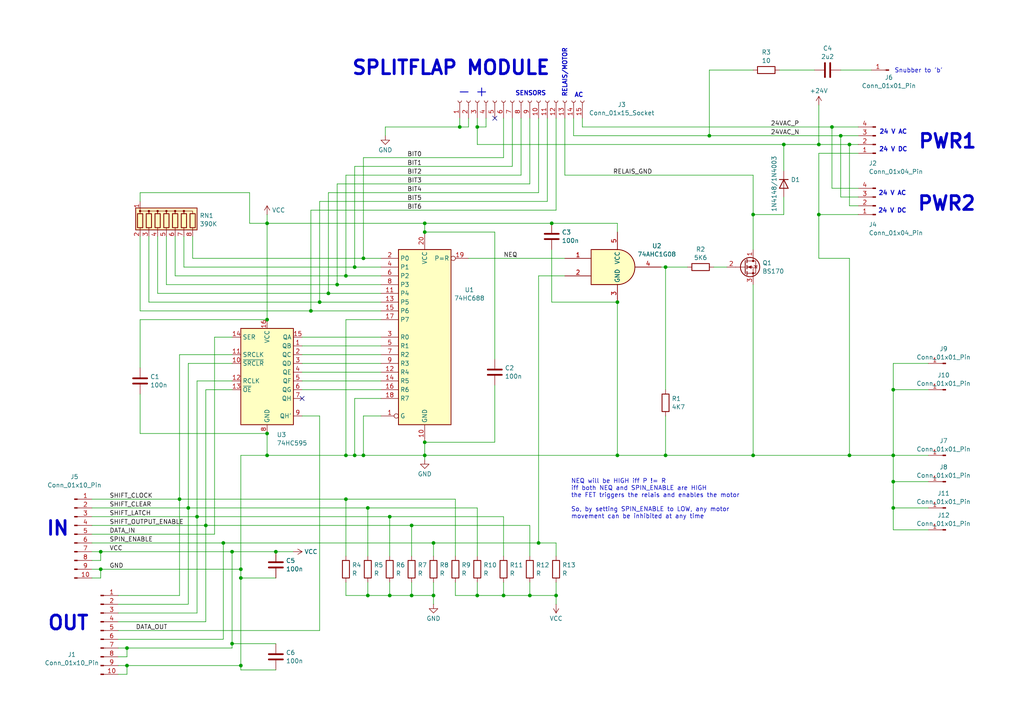
<source format=kicad_sch>
(kicad_sch (version 20231120) (generator "eeschema") (generator_version "8.0")
  (paper "A4")
  (lib_symbols
    (symbol "74xGxx:74AHC1G08"
      (property "Reference" "U" (at -2.54 3.81 0))
      (property "Value" "74AHC1G08" (at 0 -3.81 0))
      (symbol "74AHC1G08_0_1"
        (arc (start 0 -5.08) (mid 5.0579 0) (end 0 5.08) (stroke (width 0.254)) (fill (type background)))
        (polyline (pts (xy 0 -5.08) (xy -7.62 -5.08) (xy -7.62 5.08) (xy 0 5.08)) (stroke (width 0.254)) (fill (type background)))
      )
      (symbol "74AHC1G08_1_1"
        (pin input line (at -15.24 2.54 0) (length 7.62) (name "~") (number "1"))
        (pin input line (at -15.24 -2.54 0) (length 7.62) (name "~") (number "2"))
        (pin power_in line (at 0 -10.16 90) (length 5.08) (name "GND") (number "3"))
        (pin output line (at 12.7 0 180) (length 7.62) (name "~") (number "4"))
        (pin power_in line (at 0 10.16 270) (length 5.08) (name "VCC") (number "5"))
      )
    )
    (symbol "74xx:74HC595"
      (property "Reference" "U" (at -7.62 13.97 0))
      (property "Value" "74HC595" (at -7.62 -16.51 0))
      (symbol "74HC595_1_0"
        (pin tri_state line (at 10.16 7.62 180) (length 2.54) (name "QB") (number "1"))
        (pin input line (at -10.16 2.54 0) (length 2.54) (name "~{SRCLR}") (number "10"))
        (pin input line (at -10.16 5.08 0) (length 2.54) (name "SRCLK") (number "11"))
        (pin input line (at -10.16 -2.54 0) (length 2.54) (name "RCLK") (number "12"))
        (pin input line (at -10.16 -5.08 0) (length 2.54) (name "~{OE}") (number "13"))
        (pin input line (at -10.16 10.16 0) (length 2.54) (name "SER") (number "14"))
        (pin tri_state line (at 10.16 10.16 180) (length 2.54) (name "QA") (number "15"))
        (pin power_in line (at 0 15.24 270) (length 2.54) (name "VCC") (number "16"))
        (pin tri_state line (at 10.16 5.08 180) (length 2.54) (name "QC") (number "2"))
        (pin tri_state line (at 10.16 2.54 180) (length 2.54) (name "QD") (number "3"))
        (pin tri_state line (at 10.16 0 180) (length 2.54) (name "QE") (number "4"))
        (pin tri_state line (at 10.16 -2.54 180) (length 2.54) (name "QF") (number "5"))
        (pin tri_state line (at 10.16 -5.08 180) (length 2.54) (name "QG") (number "6"))
        (pin tri_state line (at 10.16 -7.62 180) (length 2.54) (name "QH") (number "7"))
        (pin power_in line (at 0 -17.78 90) (length 2.54) (name "GND") (number "8"))
        (pin output line (at 10.16 -12.7 180) (length 2.54) (name "QH'") (number "9"))
      )
      (symbol "74HC595_1_1"
        (rectangle (start -7.62 12.7) (end 7.62 -15.24) (stroke (width 0.254)) (fill (type background)))
      )
    )
    (symbol "74xx:74HC688"
      (property "Reference" "U" (at -7.62 26.67 0))
      (property "Value" "74HC688" (at -7.62 -26.67 0))
      (symbol "74HC688_1_0"
        (pin input inverted (at -12.7 -22.86 0) (length 5.08) (name "G") (number "1"))
        (pin power_in line (at 0 -30.48 90) (length 5.08) (name "GND") (number "10"))
        (pin input line (at -12.7 12.7 0) (length 5.08) (name "P4") (number "11"))
        (pin input line (at -12.7 -10.16 0) (length 5.08) (name "R4") (number "12"))
        (pin input line (at -12.7 10.16 0) (length 5.08) (name "P5") (number "13"))
        (pin input line (at -12.7 -12.7 0) (length 5.08) (name "R5") (number "14"))
        (pin input line (at -12.7 7.62 0) (length 5.08) (name "P6") (number "15"))
        (pin input line (at -12.7 -15.24 0) (length 5.08) (name "R6") (number "16"))
        (pin input line (at -12.7 5.08 0) (length 5.08) (name "P7") (number "17"))
        (pin input line (at -12.7 -17.78 0) (length 5.08) (name "R7") (number "18"))
        (pin output inverted (at 12.7 22.86 180) (length 5.08) (name "P=R") (number "19"))
        (pin input line (at -12.7 22.86 0) (length 5.08) (name "P0") (number "2"))
        (pin power_in line (at 0 30.48 270) (length 5.08) (name "VCC") (number "20"))
        (pin input line (at -12.7 0 0) (length 5.08) (name "R0") (number "3"))
        (pin input line (at -12.7 20.32 0) (length 5.08) (name "P1") (number "4"))
        (pin input line (at -12.7 -2.54 0) (length 5.08) (name "R1") (number "5"))
        (pin input line (at -12.7 17.78 0) (length 5.08) (name "P2") (number "6"))
        (pin input line (at -12.7 -5.08 0) (length 5.08) (name "R2") (number "7"))
        (pin input line (at -12.7 15.24 0) (length 5.08) (name "P3") (number "8"))
        (pin input line (at -12.7 -7.62 0) (length 5.08) (name "R3") (number "9"))
      )
      (symbol "74HC688_1_1"
        (rectangle (start -7.62 25.4) (end 7.62 -25.4) (stroke (width 0.254)) (fill (type background)))
      )
    )
    (symbol "Connector:Conn_01x01_Pin" (pin_names (offset 1.016) hide)
      (property "Reference" "J" (at 0 2.54 0))
      (property "Value" "Conn_01x01_Pin" (at 0 -2.54 0))
      (symbol "Conn_01x01_Pin_1_1"
        (polyline (pts (xy 1.27 0) (xy 0.8636 0)) (stroke (width 0.1524)))
        (rectangle (start 0.8636 0.127) (end 0 -0.127) (stroke (width 0.1524)) (fill (type outline)))
        (pin passive line (at 5.08 0 180) (length 3.81) (name "Pin_1") (number "1"))
      )
    )
    (symbol "Connector:Conn_01x04_Pin" (pin_names (offset 1.016) hide)
      (property "Reference" "J" (at 0 5.08 0))
      (property "Value" "Conn_01x04_Pin" (at 0 -7.62 0))
      (symbol "Conn_01x04_Pin_1_1"
        (polyline (pts (xy 1.27 -5.08) (xy 0.8636 -5.08)) (stroke (width 0.1524)))
        (polyline (pts (xy 1.27 -2.54) (xy 0.8636 -2.54)) (stroke (width 0.1524)))
        (polyline (pts (xy 1.27 0) (xy 0.8636 0)) (stroke (width 0.1524)))
        (polyline (pts (xy 1.27 2.54) (xy 0.8636 2.54)) (stroke (width 0.1524)))
        (rectangle (start 0.8636 -4.953) (end 0 -5.207) (stroke (width 0.1524)) (fill (type outline)))
        (rectangle (start 0.8636 -2.413) (end 0 -2.667) (stroke (width 0.1524)) (fill (type outline)))
        (rectangle (start 0.8636 0.127) (end 0 -0.127) (stroke (width 0.1524)) (fill (type outline)))
        (rectangle (start 0.8636 2.667) (end 0 2.413) (stroke (width 0.1524)) (fill (type outline)))
        (pin passive line (at 5.08 2.54 180) (length 3.81) (name "Pin_1") (number "1"))
        (pin passive line (at 5.08 0 180) (length 3.81) (name "Pin_2") (number "2"))
        (pin passive line (at 5.08 -2.54 180) (length 3.81) (name "Pin_3") (number "3"))
        (pin passive line (at 5.08 -5.08 180) (length 3.81) (name "Pin_4") (number "4"))
      )
    )
    (symbol "Connector:Conn_01x10_Pin" (pin_names (offset 1.016) hide)
      (property "Reference" "J" (at 0 12.7 0))
      (property "Value" "Conn_01x10_Pin" (at 0 -15.24 0))
      (symbol "Conn_01x10_Pin_1_1"
        (polyline (pts (xy 1.27 -12.7) (xy 0.8636 -12.7)) (stroke (width 0.1524)))
        (polyline (pts (xy 1.27 -10.16) (xy 0.8636 -10.16)) (stroke (width 0.1524)))
        (polyline (pts (xy 1.27 -7.62) (xy 0.8636 -7.62)) (stroke (width 0.1524)))
        (polyline (pts (xy 1.27 -5.08) (xy 0.8636 -5.08)) (stroke (width 0.1524)))
        (polyline (pts (xy 1.27 -2.54) (xy 0.8636 -2.54)) (stroke (width 0.1524)))
        (polyline (pts (xy 1.27 0) (xy 0.8636 0)) (stroke (width 0.1524)))
        (polyline (pts (xy 1.27 2.54) (xy 0.8636 2.54)) (stroke (width 0.1524)))
        (polyline (pts (xy 1.27 5.08) (xy 0.8636 5.08)) (stroke (width 0.1524)))
        (polyline (pts (xy 1.27 7.62) (xy 0.8636 7.62)) (stroke (width 0.1524)))
        (polyline (pts (xy 1.27 10.16) (xy 0.8636 10.16)) (stroke (width 0.1524)))
        (rectangle (start 0.8636 -12.573) (end 0 -12.827) (stroke (width 0.1524)) (fill (type outline)))
        (rectangle (start 0.8636 -10.033) (end 0 -10.287) (stroke (width 0.1524)) (fill (type outline)))
        (rectangle (start 0.8636 -7.493) (end 0 -7.747) (stroke (width 0.1524)) (fill (type outline)))
        (rectangle (start 0.8636 -4.953) (end 0 -5.207) (stroke (width 0.1524)) (fill (type outline)))
        (rectangle (start 0.8636 -2.413) (end 0 -2.667) (stroke (width 0.1524)) (fill (type outline)))
        (rectangle (start 0.8636 0.127) (end 0 -0.127) (stroke (width 0.1524)) (fill (type outline)))
        (rectangle (start 0.8636 2.667) (end 0 2.413) (stroke (width 0.1524)) (fill (type outline)))
        (rectangle (start 0.8636 5.207) (end 0 4.953) (stroke (width 0.1524)) (fill (type outline)))
        (rectangle (start 0.8636 7.747) (end 0 7.493) (stroke (width 0.1524)) (fill (type outline)))
        (rectangle (start 0.8636 10.287) (end 0 10.033) (stroke (width 0.1524)) (fill (type outline)))
        (pin passive line (at 5.08 10.16 180) (length 3.81) (name "Pin_1") (number "1"))
        (pin passive line (at 5.08 -12.7 180) (length 3.81) (name "Pin_10") (number "10"))
        (pin passive line (at 5.08 7.62 180) (length 3.81) (name "Pin_2") (number "2"))
        (pin passive line (at 5.08 5.08 180) (length 3.81) (name "Pin_3") (number "3"))
        (pin passive line (at 5.08 2.54 180) (length 3.81) (name "Pin_4") (number "4"))
        (pin passive line (at 5.08 0 180) (length 3.81) (name "Pin_5") (number "5"))
        (pin passive line (at 5.08 -2.54 180) (length 3.81) (name "Pin_6") (number "6"))
        (pin passive line (at 5.08 -5.08 180) (length 3.81) (name "Pin_7") (number "7"))
        (pin passive line (at 5.08 -7.62 180) (length 3.81) (name "Pin_8") (number "8"))
        (pin passive line (at 5.08 -10.16 180) (length 3.81) (name "Pin_9") (number "9"))
      )
    )
    (symbol "Connector:Conn_01x15_Socket" (pin_names (offset 1.016) hide)
      (property "Reference" "J" (at 0 20.32 0))
      (property "Value" "Conn_01x15_Socket" (at 0 -20.32 0))
      (symbol "Conn_01x15_Socket_1_1"
        (arc (start 0 -17.272) (mid -0.5058 -17.78) (end 0 -18.288) (stroke (width 0.1524)))
        (arc (start 0 -14.732) (mid -0.5058 -15.24) (end 0 -15.748) (stroke (width 0.1524)))
        (arc (start 0 -12.192) (mid -0.5058 -12.7) (end 0 -13.208) (stroke (width 0.1524)))
        (arc (start 0 -9.652) (mid -0.5058 -10.16) (end 0 -10.668) (stroke (width 0.1524)))
        (arc (start 0 -7.112) (mid -0.5058 -7.62) (end 0 -8.128) (stroke (width 0.1524)))
        (arc (start 0 -4.572) (mid -0.5058 -5.08) (end 0 -5.588) (stroke (width 0.1524)))
        (arc (start 0 -2.032) (mid -0.5058 -2.54) (end 0 -3.048) (stroke (width 0.1524)))
        (polyline (pts (xy -1.27 -17.78) (xy -0.508 -17.78)) (stroke (width 0.1524)))
        (polyline (pts (xy -1.27 -15.24) (xy -0.508 -15.24)) (stroke (width 0.1524)))
        (polyline (pts (xy -1.27 -12.7) (xy -0.508 -12.7)) (stroke (width 0.1524)))
        (polyline (pts (xy -1.27 -10.16) (xy -0.508 -10.16)) (stroke (width 0.1524)))
        (polyline (pts (xy -1.27 -7.62) (xy -0.508 -7.62)) (stroke (width 0.1524)))
        (polyline (pts (xy -1.27 -5.08) (xy -0.508 -5.08)) (stroke (width 0.1524)))
        (polyline (pts (xy -1.27 -2.54) (xy -0.508 -2.54)) (stroke (width 0.1524)))
        (polyline (pts (xy -1.27 0) (xy -0.508 0)) (stroke (width 0.1524)))
        (polyline (pts (xy -1.27 2.54) (xy -0.508 2.54)) (stroke (width 0.1524)))
        (polyline (pts (xy -1.27 5.08) (xy -0.508 5.08)) (stroke (width 0.1524)))
        (polyline (pts (xy -1.27 7.62) (xy -0.508 7.62)) (stroke (width 0.1524)))
        (polyline (pts (xy -1.27 10.16) (xy -0.508 10.16)) (stroke (width 0.1524)))
        (polyline (pts (xy -1.27 12.7) (xy -0.508 12.7)) (stroke (width 0.1524)))
        (polyline (pts (xy -1.27 15.24) (xy -0.508 15.24)) (stroke (width 0.1524)))
        (polyline (pts (xy -1.27 17.78) (xy -0.508 17.78)) (stroke (width 0.1524)))
        (arc (start 0 0.508) (mid -0.5058 0) (end 0 -0.508) (stroke (width 0.1524)))
        (arc (start 0 3.048) (mid -0.5058 2.54) (end 0 2.032) (stroke (width 0.1524)))
        (arc (start 0 5.588) (mid -0.5058 5.08) (end 0 4.572) (stroke (width 0.1524)))
        (arc (start 0 8.128) (mid -0.5058 7.62) (end 0 7.112) (stroke (width 0.1524)))
        (arc (start 0 10.668) (mid -0.5058 10.16) (end 0 9.652) (stroke (width 0.1524)))
        (arc (start 0 13.208) (mid -0.5058 12.7) (end 0 12.192) (stroke (width 0.1524)))
        (arc (start 0 15.748) (mid -0.5058 15.24) (end 0 14.732) (stroke (width 0.1524)))
        (arc (start 0 18.288) (mid -0.5058 17.78) (end 0 17.272) (stroke (width 0.1524)))
        (pin passive line (at -5.08 17.78 0) (length 3.81) (name "Pin_1") (number "1"))
        (pin passive line (at -5.08 -5.08 0) (length 3.81) (name "Pin_10") (number "10"))
        (pin passive line (at -5.08 -7.62 0) (length 3.81) (name "Pin_11") (number "11"))
        (pin passive line (at -5.08 -10.16 0) (length 3.81) (name "Pin_12") (number "12"))
        (pin passive line (at -5.08 -12.7 0) (length 3.81) (name "Pin_13") (number "13"))
        (pin passive line (at -5.08 -15.24 0) (length 3.81) (name "Pin_14") (number "14"))
        (pin passive line (at -5.08 -17.78 0) (length 3.81) (name "Pin_15") (number "15"))
        (pin passive line (at -5.08 15.24 0) (length 3.81) (name "Pin_2") (number "2"))
        (pin passive line (at -5.08 12.7 0) (length 3.81) (name "Pin_3") (number "3"))
        (pin passive line (at -5.08 10.16 0) (length 3.81) (name "Pin_4") (number "4"))
        (pin passive line (at -5.08 7.62 0) (length 3.81) (name "Pin_5") (number "5"))
        (pin passive line (at -5.08 5.08 0) (length 3.81) (name "Pin_6") (number "6"))
        (pin passive line (at -5.08 2.54 0) (length 3.81) (name "Pin_7") (number "7"))
        (pin passive line (at -5.08 0 0) (length 3.81) (name "Pin_8") (number "8"))
        (pin passive line (at -5.08 -2.54 0) (length 3.81) (name "Pin_9") (number "9"))
      )
    )
    (symbol "Device:C" (pin_numbers hide) (pin_names (offset 0.254))
      (property "Reference" "C" (at 0.635 2.54 0))
      (property "Value" "C" (at 0.635 -2.54 0))
      (symbol "C_0_1"
        (polyline (pts (xy -2.032 -0.762) (xy 2.032 -0.762)) (stroke (width 0.508)))
        (polyline (pts (xy -2.032 0.762) (xy 2.032 0.762)) (stroke (width 0.508)))
      )
      (symbol "C_1_1"
        (pin passive line (at 0 3.81 270) (length 2.794) (name "~") (number "1"))
        (pin passive line (at 0 -3.81 90) (length 2.794) (name "~") (number "2"))
      )
    )
    (symbol "Device:R" (pin_numbers hide) (pin_names (offset 0))
      (property "Reference" "R" (at 2.032 0 90))
      (property "Value" "R" (at 0 0 90))
      (symbol "R_0_1"
        (rectangle (start -1.016 -2.54) (end 1.016 2.54) (stroke (width 0.254)))
      )
      (symbol "R_1_1"
        (pin passive line (at 0 3.81 270) (length 1.27) (name "~") (number "1"))
        (pin passive line (at 0 -3.81 90) (length 1.27) (name "~") (number "2"))
      )
    )
    (symbol "Device:R_Network07" (pin_names (offset 0) hide)
      (property "Reference" "RN" (at -10.16 0 90))
      (property "Value" "R_Network07" (at 10.16 0 90))
      (symbol "R_Network07_0_1"
        (rectangle (start -8.89 -3.175) (end 8.89 3.175) (stroke (width 0.254)) (fill (type background)))
        (rectangle (start -8.382 1.524) (end -6.858 -2.54) (stroke (width 0.254)))
        (circle (center -7.62 2.286) (radius 0.254) (fill (type outline)))
        (rectangle (start -5.842 1.524) (end -4.318 -2.54) (stroke (width 0.254)))
        (circle (center -5.08 2.286) (radius 0.254) (fill (type outline)))
        (rectangle (start -3.302 1.524) (end -1.778 -2.54) (stroke (width 0.254)))
        (circle (center -2.54 2.286) (radius 0.254) (fill (type outline)))
        (rectangle (start -0.762 1.524) (end 0.762 -2.54) (stroke (width 0.254)))
        (polyline (pts (xy -7.62 -2.54) (xy -7.62 -3.81)))
        (polyline (pts (xy -5.08 -2.54) (xy -5.08 -3.81)))
        (polyline (pts (xy -2.54 -2.54) (xy -2.54 -3.81)))
        (polyline (pts (xy 0 -2.54) (xy 0 -3.81)))
        (polyline (pts (xy 2.54 -2.54) (xy 2.54 -3.81)))
        (polyline (pts (xy 5.08 -2.54) (xy 5.08 -3.81)))
        (polyline (pts (xy 7.62 -2.54) (xy 7.62 -3.81)))
        (polyline (pts (xy -7.62 1.524) (xy -7.62 2.286) (xy -5.08 2.286) (xy -5.08 1.524)))
        (polyline (pts (xy -5.08 1.524) (xy -5.08 2.286) (xy -2.54 2.286) (xy -2.54 1.524)))
        (polyline (pts (xy -2.54 1.524) (xy -2.54 2.286) (xy 0 2.286) (xy 0 1.524)))
        (polyline (pts (xy 0 1.524) (xy 0 2.286) (xy 2.54 2.286) (xy 2.54 1.524)))
        (polyline (pts (xy 2.54 1.524) (xy 2.54 2.286) (xy 5.08 2.286) (xy 5.08 1.524)))
        (polyline (pts (xy 5.08 1.524) (xy 5.08 2.286) (xy 7.62 2.286) (xy 7.62 1.524)))
        (circle (center 0 2.286) (radius 0.254) (fill (type outline)))
        (rectangle (start 1.778 1.524) (end 3.302 -2.54) (stroke (width 0.254)))
        (circle (center 2.54 2.286) (radius 0.254) (fill (type outline)))
        (rectangle (start 4.318 1.524) (end 5.842 -2.54) (stroke (width 0.254)))
        (circle (center 5.08 2.286) (radius 0.254) (fill (type outline)))
        (rectangle (start 6.858 1.524) (end 8.382 -2.54) (stroke (width 0.254)))
      )
      (symbol "R_Network07_1_1"
        (pin passive line (at -7.62 5.08 270) (length 2.54) (name "common") (number "1"))
        (pin passive line (at -7.62 -5.08 90) (length 1.27) (name "R1") (number "2"))
        (pin passive line (at -5.08 -5.08 90) (length 1.27) (name "R2") (number "3"))
        (pin passive line (at -2.54 -5.08 90) (length 1.27) (name "R3") (number "4"))
        (pin passive line (at 0 -5.08 90) (length 1.27) (name "R4") (number "5"))
        (pin passive line (at 2.54 -5.08 90) (length 1.27) (name "R5") (number "6"))
        (pin passive line (at 5.08 -5.08 90) (length 1.27) (name "R6") (number "7"))
        (pin passive line (at 7.62 -5.08 90) (length 1.27) (name "R7") (number "8"))
      )
    )
    (symbol "Diode:1N4148" (pin_numbers hide) (pin_names hide)
      (property "Reference" "D" (at 0 2.54 0))
      (property "Value" "1N4148" (at 0 -2.54 0))
      (symbol "1N4148_0_1"
        (polyline (pts (xy -1.27 1.27) (xy -1.27 -1.27)) (stroke (width 0.254)))
        (polyline (pts (xy 1.27 0) (xy -1.27 0)))
        (polyline (pts (xy 1.27 1.27) (xy 1.27 -1.27) (xy -1.27 0) (xy 1.27 1.27)) (stroke (width 0.254)))
      )
      (symbol "1N4148_1_1"
        (pin passive line (at -3.81 0 0) (length 2.54) (name "K") (number "1"))
        (pin passive line (at 3.81 0 180) (length 2.54) (name "A") (number "2"))
      )
    )
    (symbol "Transistor_FET:BS170" (pin_names hide)
      (property "Reference" "Q" (at 5.08 1.905 0))
      (property "Value" "BS170" (at 5.08 0 0))
      (symbol "BS170_0_1"
        (polyline (pts (xy 0.254 0) (xy -2.54 0)))
        (polyline (pts (xy 0.254 1.905) (xy 0.254 -1.905)) (stroke (width 0.254)))
        (polyline (pts (xy 0.762 -1.27) (xy 0.762 -2.286)) (stroke (width 0.254)))
        (polyline (pts (xy 0.762 0.508) (xy 0.762 -0.508)) (stroke (width 0.254)))
        (polyline (pts (xy 0.762 2.286) (xy 0.762 1.27)) (stroke (width 0.254)))
        (polyline (pts (xy 2.54 2.54) (xy 2.54 1.778)))
        (polyline (pts (xy 2.54 -2.54) (xy 2.54 0) (xy 0.762 0)))
        (polyline (pts (xy 0.762 -1.778) (xy 3.302 -1.778) (xy 3.302 1.778) (xy 0.762 1.778)))
        (polyline (pts (xy 1.016 0) (xy 2.032 0.381) (xy 2.032 -0.381) (xy 1.016 0)) (fill (type outline)))
        (polyline (pts (xy 2.794 0.508) (xy 2.921 0.381) (xy 3.683 0.381) (xy 3.81 0.254)))
        (polyline (pts (xy 3.302 0.381) (xy 2.921 -0.254) (xy 3.683 -0.254) (xy 3.302 0.381)))
        (circle (center 1.651 0) (radius 2.794) (stroke (width 0.254)))
        (circle (center 2.54 -1.778) (radius 0.254) (fill (type outline)))
        (circle (center 2.54 1.778) (radius 0.254) (fill (type outline)))
      )
      (symbol "BS170_1_1"
        (pin passive line (at 2.54 5.08 270) (length 2.54) (name "D") (number "1"))
        (pin input line (at -5.08 0 0) (length 2.54) (name "G") (number "2"))
        (pin passive line (at 2.54 -5.08 90) (length 2.54) (name "S") (number "3"))
      )
    )
    (symbol "power:+24V" (power) (pin_numbers hide) (pin_names (offset 0) hide)
      (property "Value" "+24V" (at 0 3.556 0))
      (symbol "+24V_0_1"
        (polyline (pts (xy -0.762 1.27) (xy 0 2.54)))
        (polyline (pts (xy 0 0) (xy 0 2.54)))
        (polyline (pts (xy 0 2.54) (xy 0.762 1.27)))
      )
      (symbol "+24V_1_1"
        (pin power_in line (at 0 0 90) (length 0) (name "~") (number "1"))
      )
    )
    (symbol "power:+5V" (power) (pin_numbers hide) (pin_names (offset 0) hide)
      (property "Value" "+5V" (at 0 3.556 0))
      (symbol "+5V_0_1"
        (polyline (pts (xy -0.762 1.27) (xy 0 2.54)))
        (polyline (pts (xy 0 0) (xy 0 2.54)))
        (polyline (pts (xy 0 2.54) (xy 0.762 1.27)))
      )
      (symbol "+5V_1_1"
        (pin power_in line (at 0 0 90) (length 0) (name "~") (number "1"))
      )
    )
    (symbol "power:GND" (power) (pin_numbers hide) (pin_names (offset 0) hide)
      (property "Value" "GND" (at 0 -3.81 0))
      (symbol "GND_0_1"
        (polyline (pts (xy 0 0) (xy 0 -1.27) (xy 1.27 -1.27) (xy 0 -2.54) (xy -1.27 -1.27) (xy 0 -1.27)))
      )
      (symbol "GND_1_1"
        (pin power_in line (at 0 0 270) (length 0) (name "~") (number "1"))
      )
    )
    (symbol "power:VCC" (power) (pin_numbers hide) (pin_names (offset 0) hide)
      (property "Value" "VCC" (at 0 3.556 0))
      (symbol "VCC_0_1"
        (polyline (pts (xy -0.762 1.27) (xy 0 2.54)))
        (polyline (pts (xy 0 0) (xy 0 2.54)))
        (polyline (pts (xy 0 2.54) (xy 0.762 1.27)))
      )
      (symbol "VCC_1_1"
        (pin power_in line (at 0 0 90) (length 0) (name "~") (number "1"))
      )
    )
  )
  (junction (at 123.19 132.08))
  (junction (at 80.01 160.02))
  (junction (at 64.77 157.48))
  (junction (at 123.19 67.31))
  (junction (at 67.31 186.69))
  (junction (at 69.85 165.1))
  (junction (at 105.41 132.08))
  (junction (at 102.87 132.08))
  (junction (at 105.41 74.93))
  (junction (at 52.07 144.78))
  (junction (at 243.84 39.37))
  (junction (at 259.08 139.7))
  (junction (at 161.29 172.72))
  (junction (at 160.02 64.77))
  (junction (at 146.05 172.72))
  (junction (at 179.07 132.08))
  (junction (at 205.74 39.37))
  (junction (at 113.03 149.86))
  (junction (at 153.67 172.72))
  (junction (at 125.73 172.72))
  (junction (at 133.35 36.83))
  (junction (at 100.33 132.08))
  (junction (at 193.04 132.08))
  (junction (at 100.33 144.78))
  (junction (at 113.03 172.72))
  (junction (at 100.33 80.01))
  (junction (at 92.71 87.63))
  (junction (at 57.15 149.86))
  (junction (at 77.47 92.71))
  (junction (at 67.31 160.02))
  (junction (at 119.38 152.4))
  (junction (at 59.69 152.4))
  (junction (at 106.68 172.72))
  (junction (at 29.21 165.1))
  (junction (at 246.38 41.91))
  (junction (at 259.08 113.03))
  (junction (at 106.68 147.32))
  (junction (at 138.43 172.72))
  (junction (at 193.04 77.47))
  (junction (at 29.21 160.02))
  (junction (at 237.49 62.23))
  (junction (at 218.44 132.08))
  (junction (at 259.08 132.08))
  (junction (at 246.38 132.08))
  (junction (at 95.25 85.09))
  (junction (at 77.47 132.08))
  (junction (at 259.08 147.32))
  (junction (at 69.85 167.64))
  (junction (at 179.07 87.63))
  (junction (at 125.73 157.48))
  (junction (at 77.47 64.77))
  (junction (at 77.47 125.73))
  (junction (at 156.21 157.48))
  (junction (at 90.17 90.17))
  (junction (at 241.3 36.83))
  (junction (at 227.33 41.91))
  (junction (at 54.61 147.32))
  (junction (at 36.83 193.04))
  (junction (at 36.83 187.96))
  (junction (at 102.87 77.47))
  (junction (at 123.19 64.77))
  (junction (at 97.79 82.55))
  (junction (at 218.44 62.23))
  (junction (at 69.85 193.04))
  (junction (at 119.38 172.72))
  (junction (at 138.43 36.83))
  (junction (at 123.19 128.27))
  (junction (at 237.49 41.91))
  (no_connect (at 87.63 115.57))
  (no_connect (at 143.51 34.29))
  (wire (pts (xy 57.15 110.49) (xy 67.31 110.49)))
  (wire (pts (xy 26.67 157.48) (xy 64.77 157.48)))
  (wire (pts (xy 90.17 90.17) (xy 40.64 90.17)))
  (wire (pts (xy 246.38 41.91) (xy 248.92 41.91)))
  (wire (pts (xy 90.17 60.96) (xy 90.17 90.17)))
  (wire (pts (xy 125.73 157.48) (xy 156.21 157.48)))
  (wire (pts (xy 138.43 36.83) (xy 138.43 41.91)))
  (wire (pts (xy 161.29 172.72) (xy 153.67 172.72)))
  (wire (pts (xy 92.71 87.63) (xy 110.49 87.63)))
  (wire (pts (xy 69.85 167.64) (xy 80.01 167.64)))
  (wire (pts (xy 34.29 177.8) (xy 57.15 177.8)))
  (wire (pts (xy 163.83 34.29) (xy 163.83 50.8)))
  (wire (pts (xy 95.25 55.88) (xy 95.25 85.09)))
  (wire (pts (xy 237.49 41.91) (xy 246.38 41.91)))
  (wire (pts (xy 92.71 87.63) (xy 43.18 87.63)))
  (wire (pts (xy 64.77 157.48) (xy 64.77 185.42)))
  (wire (pts (xy 146.05 168.91) (xy 146.05 172.72)))
  (wire (pts (xy 106.68 168.91) (xy 106.68 172.72)))
  (wire (pts (xy 237.49 62.23) (xy 248.92 62.23)))
  (wire (pts (xy 237.49 30.48) (xy 237.49 41.91)))
  (wire (pts (xy 69.85 165.1) (xy 69.85 167.64)))
  (wire (pts (xy 241.3 36.83) (xy 248.92 36.83)))
  (wire (pts (xy 100.33 80.01) (xy 110.49 80.01)))
  (wire (pts (xy 111.76 36.83) (xy 111.76 39.37)))
  (wire (pts (xy 153.67 168.91) (xy 153.67 172.72)))
  (wire (pts (xy 90.17 90.17) (xy 110.49 90.17)))
  (wire (pts (xy 156.21 80.01) (xy 163.83 80.01)))
  (wire (pts (xy 123.19 132.08) (xy 179.07 132.08)))
  (wire (pts (xy 148.59 48.26) (xy 102.87 48.26)))
  (wire (pts (xy 100.33 144.78) (xy 100.33 161.29)))
  (wire (pts (xy 77.47 64.77) (xy 77.47 92.71)))
  (wire (pts (xy 133.35 36.83) (xy 135.89 36.83)))
  (wire (pts (xy 100.33 80.01) (xy 50.8 80.01)))
  (wire (pts (xy 48.26 82.55) (xy 48.26 68.58)))
  (wire (pts (xy 132.08 168.91) (xy 132.08 172.72)))
  (wire (pts (xy 36.83 187.96) (xy 67.31 187.96)))
  (wire (pts (xy 191.77 77.47) (xy 193.04 77.47)))
  (wire (pts (xy 259.08 147.32) (xy 259.08 153.67)))
  (wire (pts (xy 179.07 87.63) (xy 179.07 132.08)))
  (wire (pts (xy 237.49 44.45) (xy 237.49 62.23)))
  (wire (pts (xy 106.68 172.72) (xy 113.03 172.72)))
  (wire (pts (xy 34.29 187.96) (xy 36.83 187.96)))
  (wire (pts (xy 246.38 41.91) (xy 246.38 59.69)))
  (wire (pts (xy 87.63 102.87) (xy 110.49 102.87)))
  (wire (pts (xy 161.29 60.96) (xy 90.17 60.96)))
  (wire (pts (xy 100.33 50.8) (xy 100.33 80.01)))
  (wire (pts (xy 40.64 90.17) (xy 40.64 68.58)))
  (wire (pts (xy 218.44 50.8) (xy 218.44 62.23)))
  (wire (pts (xy 113.03 168.91) (xy 113.03 172.72)))
  (wire (pts (xy 34.29 195.58) (xy 36.83 195.58)))
  (wire (pts (xy 102.87 115.57) (xy 102.87 132.08)))
  (wire (pts (xy 218.44 62.23) (xy 218.44 72.39)))
  (wire (pts (xy 77.47 62.23) (xy 77.47 64.77)))
  (wire (pts (xy 97.79 82.55) (xy 110.49 82.55)))
  (wire (pts (xy 138.43 34.29) (xy 138.43 36.83)))
  (wire (pts (xy 52.07 144.78) (xy 52.07 102.87)))
  (wire (pts (xy 123.19 67.31) (xy 143.51 67.31)))
  (wire (pts (xy 205.74 39.37) (xy 243.84 39.37)))
  (wire (pts (xy 26.67 154.94) (xy 62.23 154.94)))
  (wire (pts (xy 138.43 36.83) (xy 140.97 36.83)))
  (wire (pts (xy 119.38 168.91) (xy 119.38 172.72)))
  (wire (pts (xy 163.83 50.8) (xy 218.44 50.8)))
  (wire (pts (xy 158.75 58.42) (xy 92.71 58.42)))
  (wire (pts (xy 67.31 186.69) (xy 80.01 186.69)))
  (wire (pts (xy 64.77 157.48) (xy 125.73 157.48)))
  (wire (pts (xy 205.74 20.32) (xy 218.44 20.32)))
  (wire (pts (xy 53.34 77.47) (xy 53.34 68.58)))
  (wire (pts (xy 55.88 74.93) (xy 55.88 68.58)))
  (wire (pts (xy 148.59 34.29) (xy 148.59 48.26)))
  (wire (pts (xy 226.06 20.32) (xy 236.22 20.32)))
  (wire (pts (xy 259.08 139.7) (xy 259.08 132.08)))
  (wire (pts (xy 34.29 190.5) (xy 36.83 190.5)))
  (wire (pts (xy 26.67 167.64) (xy 29.21 167.64)))
  (wire (pts (xy 123.19 132.08) (xy 123.19 128.27)))
  (wire (pts (xy 102.87 132.08) (xy 105.41 132.08)))
  (wire (pts (xy 59.69 152.4) (xy 59.69 113.03)))
  (wire (pts (xy 123.19 64.77) (xy 77.47 64.77)))
  (wire (pts (xy 34.29 172.72) (xy 52.07 172.72)))
  (wire (pts (xy 95.25 85.09) (xy 45.72 85.09)))
  (wire (pts (xy 62.23 97.79) (xy 67.31 97.79)))
  (wire (pts (xy 146.05 149.86) (xy 146.05 161.29)))
  (wire (pts (xy 57.15 149.86) (xy 113.03 149.86)))
  (wire (pts (xy 105.41 120.65) (xy 105.41 132.08)))
  (wire (pts (xy 77.47 92.71) (xy 40.64 92.71)))
  (wire (pts (xy 259.08 132.08) (xy 269.24 132.08)))
  (wire (pts (xy 87.63 97.79) (xy 110.49 97.79)))
  (wire (pts (xy 105.41 45.72) (xy 105.41 74.93)))
  (wire (pts (xy 179.07 132.08) (xy 193.04 132.08)))
  (wire (pts (xy 77.47 125.73) (xy 77.47 132.08)))
  (wire (pts (xy 246.38 132.08) (xy 259.08 132.08)))
  (wire (pts (xy 227.33 41.91) (xy 227.33 49.53)))
  (wire (pts (xy 34.29 182.88) (xy 92.71 182.88)))
  (wire (pts (xy 135.89 34.29) (xy 135.89 36.83)))
  (wire (pts (xy 123.19 128.27) (xy 143.51 128.27)))
  (wire (pts (xy 69.85 193.04) (xy 69.85 194.31)))
  (wire (pts (xy 36.83 195.58) (xy 36.83 193.04)))
  (wire (pts (xy 218.44 82.55) (xy 218.44 132.08)))
  (wire (pts (xy 72.39 55.88) (xy 40.64 55.88)))
  (wire (pts (xy 113.03 172.72) (xy 119.38 172.72)))
  (wire (pts (xy 87.63 100.33) (xy 110.49 100.33)))
  (wire (pts (xy 160.02 64.77) (xy 179.07 64.77)))
  (wire (pts (xy 259.08 132.08) (xy 259.08 113.03)))
  (wire (pts (xy 153.67 53.34) (xy 97.79 53.34)))
  (wire (pts (xy 69.85 132.08) (xy 77.47 132.08)))
  (wire (pts (xy 269.24 139.7) (xy 259.08 139.7)))
  (wire (pts (xy 193.04 132.08) (xy 218.44 132.08)))
  (wire (pts (xy 34.29 180.34) (xy 59.69 180.34)))
  (wire (pts (xy 26.67 149.86) (xy 57.15 149.86)))
  (wire (pts (xy 105.41 74.93) (xy 55.88 74.93)))
  (wire (pts (xy 40.64 92.71) (xy 40.64 106.68)))
  (wire (pts (xy 36.83 193.04) (xy 69.85 193.04)))
  (wire (pts (xy 143.51 67.31) (xy 143.51 104.14)))
  (wire (pts (xy 106.68 147.32) (xy 106.68 161.29)))
  (wire (pts (xy 123.19 64.77) (xy 123.19 67.31)))
  (wire (pts (xy 67.31 160.02) (xy 80.01 160.02)))
  (wire (pts (xy 218.44 62.23) (xy 227.33 62.23)))
  (wire (pts (xy 179.07 87.63) (xy 160.02 87.63)))
  (wire (pts (xy 29.21 160.02) (xy 29.21 162.56)))
  (wire (pts (xy 34.29 193.04) (xy 36.83 193.04)))
  (wire (pts (xy 29.21 165.1) (xy 29.21 167.64)))
  (wire (pts (xy 87.63 110.49) (xy 110.49 110.49)))
  (wire (pts (xy 193.04 120.65) (xy 193.04 132.08)))
  (wire (pts (xy 207.01 77.47) (xy 210.82 77.47)))
  (wire (pts (xy 100.33 144.78) (xy 132.08 144.78)))
  (wire (pts (xy 77.47 64.77) (xy 72.39 64.77)))
  (wire (pts (xy 259.08 113.03) (xy 259.08 105.41)))
  (wire (pts (xy 125.73 157.48) (xy 125.73 161.29)))
  (wire (pts (xy 161.29 34.29) (xy 161.29 60.96)))
  (wire (pts (xy 69.85 132.08) (xy 69.85 165.1)))
  (wire (pts (xy 59.69 152.4) (xy 59.69 180.34)))
  (wire (pts (xy 110.49 120.65) (xy 105.41 120.65)))
  (wire (pts (xy 54.61 147.32) (xy 106.68 147.32)))
  (wire (pts (xy 87.63 105.41) (xy 110.49 105.41)))
  (wire (pts (xy 248.92 44.45) (xy 237.49 44.45)))
  (wire (pts (xy 179.07 67.31) (xy 179.07 64.77)))
  (wire (pts (xy 67.31 186.69) (xy 67.31 160.02)))
  (wire (pts (xy 102.87 77.47) (xy 110.49 77.47)))
  (wire (pts (xy 62.23 154.94) (xy 62.23 97.79)))
  (wire (pts (xy 72.39 64.77) (xy 72.39 55.88)))
  (wire (pts (xy 125.73 172.72) (xy 125.73 175.26)))
  (wire (pts (xy 113.03 149.86) (xy 146.05 149.86)))
  (wire (pts (xy 133.35 34.29) (xy 133.35 36.83)))
  (wire (pts (xy 26.67 160.02) (xy 29.21 160.02)))
  (wire (pts (xy 87.63 113.03) (xy 110.49 113.03)))
  (wire (pts (xy 26.67 165.1) (xy 29.21 165.1)))
  (wire (pts (xy 29.21 160.02) (xy 67.31 160.02)))
  (wire (pts (xy 138.43 41.91) (xy 227.33 41.91)))
  (wire (pts (xy 243.84 57.15) (xy 243.84 39.37)))
  (wire (pts (xy 57.15 149.86) (xy 57.15 110.49)))
  (wire (pts (xy 119.38 152.4) (xy 119.38 161.29)))
  (wire (pts (xy 52.07 102.87) (xy 67.31 102.87)))
  (wire (pts (xy 34.29 185.42) (xy 64.77 185.42)))
  (wire (pts (xy 100.33 172.72) (xy 106.68 172.72)))
  (wire (pts (xy 105.41 132.08) (xy 123.19 132.08)))
  (wire (pts (xy 40.64 55.88) (xy 40.64 58.42)))
  (wire (pts (xy 57.15 149.86) (xy 57.15 177.8)))
  (wire (pts (xy 40.64 114.3) (xy 40.64 125.73)))
  (wire (pts (xy 92.71 120.65) (xy 92.71 182.88)))
  (wire (pts (xy 87.63 120.65) (xy 92.71 120.65)))
  (wire (pts (xy 119.38 152.4) (xy 153.67 152.4)))
  (wire (pts (xy 151.13 34.29) (xy 151.13 50.8)))
  (wire (pts (xy 100.33 168.91) (xy 100.33 172.72)))
  (wire (pts (xy 97.79 82.55) (xy 48.26 82.55)))
  (wire (pts (xy 156.21 157.48) (xy 161.29 157.48)))
  (wire (pts (xy 26.67 147.32) (xy 54.61 147.32)))
  (wire (pts (xy 205.74 39.37) (xy 205.74 20.32)))
  (wire (pts (xy 80.01 160.02) (xy 85.09 160.02)))
  (wire (pts (xy 100.33 92.71) (xy 100.33 132.08)))
  (wire (pts (xy 248.92 54.61) (xy 241.3 54.61)))
  (wire (pts (xy 102.87 77.47) (xy 53.34 77.47)))
  (wire (pts (xy 237.49 62.23) (xy 237.49 74.93)))
  (wire (pts (xy 140.97 34.29) (xy 140.97 36.83)))
  (wire (pts (xy 161.29 157.48) (xy 161.29 161.29)))
  (wire (pts (xy 156.21 55.88) (xy 95.25 55.88)))
  (wire (pts (xy 143.51 128.27) (xy 143.51 111.76)))
  (wire (pts (xy 193.04 113.03) (xy 193.04 77.47)))
  (wire (pts (xy 259.08 153.67) (xy 269.24 153.67)))
  (wire (pts (xy 87.63 107.95) (xy 110.49 107.95)))
  (wire (pts (xy 77.47 132.08) (xy 100.33 132.08)))
  (wire (pts (xy 146.05 172.72) (xy 153.67 172.72)))
  (wire (pts (xy 52.07 144.78) (xy 52.07 172.72)))
  (wire (pts (xy 97.79 53.34) (xy 97.79 82.55)))
  (wire (pts (xy 132.08 172.72) (xy 138.43 172.72)))
  (wire (pts (xy 125.73 172.72) (xy 119.38 172.72)))
  (wire (pts (xy 259.08 139.7) (xy 259.08 147.32)))
  (wire (pts (xy 161.29 172.72) (xy 161.29 175.26)))
  (wire (pts (xy 151.13 50.8) (xy 100.33 50.8)))
  (wire (pts (xy 59.69 152.4) (xy 119.38 152.4)))
  (wire (pts (xy 125.73 168.91) (xy 125.73 172.72)))
  (wire (pts (xy 241.3 54.61) (xy 241.3 36.83)))
  (wire (pts (xy 59.69 113.03) (xy 67.31 113.03)))
  (wire (pts (xy 110.49 115.57) (xy 102.87 115.57)))
  (wire (pts (xy 158.75 34.29) (xy 158.75 58.42)))
  (wire (pts (xy 100.33 132.08) (xy 102.87 132.08)))
  (wire (pts (xy 218.44 132.08) (xy 246.38 132.08)))
  (wire (pts (xy 43.18 87.63) (xy 43.18 68.58)))
  (wire (pts (xy 156.21 157.48) (xy 156.21 80.01)))
  (wire (pts (xy 54.61 105.41) (xy 67.31 105.41)))
  (wire (pts (xy 135.89 74.93) (xy 163.83 74.93)))
  (wire (pts (xy 111.76 36.83) (xy 133.35 36.83)))
  (wire (pts (xy 123.19 132.08) (xy 123.19 133.35)))
  (wire (pts (xy 106.68 147.32) (xy 138.43 147.32)))
  (wire (pts (xy 26.67 152.4) (xy 59.69 152.4)))
  (wire (pts (xy 26.67 162.56) (xy 29.21 162.56)))
  (wire (pts (xy 227.33 41.91) (xy 237.49 41.91)))
  (wire (pts (xy 259.08 147.32) (xy 269.24 147.32)))
  (wire (pts (xy 36.83 187.96) (xy 36.83 190.5)))
  (wire (pts (xy 67.31 187.96) (xy 67.31 186.69)))
  (wire (pts (xy 166.37 34.29) (xy 166.37 39.37)))
  (wire (pts (xy 29.21 165.1) (xy 69.85 165.1)))
  (wire (pts (xy 138.43 172.72) (xy 146.05 172.72)))
  (wire (pts (xy 138.43 168.91) (xy 138.43 172.72)))
  (wire (pts (xy 227.33 62.23) (xy 227.33 57.15)))
  (wire (pts (xy 146.05 34.29) (xy 146.05 45.72)))
  (wire (pts (xy 259.08 105.41) (xy 269.24 105.41)))
  (wire (pts (xy 153.67 34.29) (xy 153.67 53.34)))
  (wire (pts (xy 193.04 77.47) (xy 199.39 77.47)))
  (wire (pts (xy 166.37 39.37) (xy 205.74 39.37)))
  (wire (pts (xy 156.21 34.29) (xy 156.21 55.88)))
  (wire (pts (xy 54.61 147.32) (xy 54.61 105.41)))
  (wire (pts (xy 69.85 167.64) (xy 69.85 193.04)))
  (wire (pts (xy 246.38 74.93) (xy 246.38 132.08)))
  (wire (pts (xy 132.08 144.78) (xy 132.08 161.29)))
  (wire (pts (xy 26.67 144.78) (xy 52.07 144.78)))
  (wire (pts (xy 146.05 45.72) (xy 105.41 45.72)))
  (wire (pts (xy 243.84 39.37) (xy 248.92 39.37)))
  (wire (pts (xy 105.41 74.93) (xy 110.49 74.93)))
  (wire (pts (xy 259.08 113.03) (xy 269.24 113.03)))
  (wire (pts (xy 237.49 74.93) (xy 246.38 74.93)))
  (wire (pts (xy 95.25 85.09) (xy 110.49 85.09)))
  (wire (pts (xy 110.49 92.71) (xy 100.33 92.71)))
  (wire (pts (xy 45.72 85.09) (xy 45.72 68.58)))
  (wire (pts (xy 153.67 152.4) (xy 153.67 161.29)))
  (wire (pts (xy 102.87 48.26) (xy 102.87 77.47)))
  (wire (pts (xy 161.29 172.72) (xy 161.29 168.91)))
  (wire (pts (xy 160.02 72.39) (xy 160.02 87.63)))
  (wire (pts (xy 54.61 147.32) (xy 54.61 175.26)))
  (wire (pts (xy 138.43 147.32) (xy 138.43 161.29)))
  (wire (pts (xy 243.84 20.32) (xy 252.73 20.32)))
  (wire (pts (xy 246.38 59.69) (xy 248.92 59.69)))
  (wire (pts (xy 168.91 36.83) (xy 241.3 36.83)))
  (wire (pts (xy 113.03 149.86) (xy 113.03 161.29)))
  (wire (pts (xy 248.92 57.15) (xy 243.84 57.15)))
  (wire (pts (xy 52.07 144.78) (xy 100.33 144.78)))
  (wire (pts (xy 123.19 64.77) (xy 160.02 64.77)))
  (wire (pts (xy 50.8 80.01) (xy 50.8 68.58)))
  (wire (pts (xy 69.85 194.31) (xy 80.01 194.31)))
  (wire (pts (xy 34.29 175.26) (xy 54.61 175.26)))
  (wire (pts (xy 168.91 34.29) (xy 168.91 36.83)))
  (wire (pts (xy 92.71 58.42) (xy 92.71 87.63)))
  (wire (pts (xy 40.64 125.73) (xy 77.47 125.73)))
  (text "IN" (at 16.764 153.416 0) (effects (font (size 4 4) (thickness 0.8) (bold yes))))
  (text "AC" (at 167.894 27.686 0) (effects (font (size 1.27 1.27) (bold yes))))
  (text "NEQ will be HIGH iff P != R\niff both NEQ and SPIN_ENABLE are HIGH\nthe FET triggers the relais and enables the motor\n\nSo, by setting SPIN_ENABLE to LOW, any motor\nmovement can be inhibited at any time" (at 165.608 144.78 0) (effects (font (size 1.27 1.27)) (justify left)))
  (text "PWR2" (at 274.574 59.182 0) (effects (font (size 4 4) (thickness 0.8) (bold yes))))
  (text "PWR1\n" (at 274.828 41.148 0) (effects (font (size 4 4) (thickness 0.8) (bold yes))))
  (text "SENSORS" (at 153.924 27.178 0) (effects (font (size 1.27 1.27) (bold yes))))
  (text "Snubber to 'b'" (at 266.446 20.574 0) (effects (font (size 1.27 1.27))))
  (text "OUT" (at 19.812 180.848 0) (effects (font (size 4 4) (thickness 0.8) (bold yes))))
  (text "24 V DC" (at 258.826 61.214 0) (effects (font (size 1.27 1.27) (bold yes))))
  (text "24 V AC" (at 258.826 56.134 0) (effects (font (size 1.27 1.27) (bold yes))))
  (text "24 V DC" (at 259.08 43.434 0) (effects (font (size 1.27 1.27) (bold yes))))
  (text "+" (at 139.7 26.67 0) (effects (font (size 3 3) (thickness 0.254) (bold yes))))
  (text "-" (at 134.62 26.67 0) (effects (font (size 3 3) (thickness 0.254) (bold yes))))
  (text "RELAIS/MOTOR" (at 163.83 21.082 90) (effects (font (size 1.27 1.27) (bold yes))))
  (text "SPLITFLAP MODULE" (at 130.81 19.812 0) (effects (font (size 4 4) (thickness 0.8) (bold yes))))
  (text "24 V AC" (at 259.08 38.354 0) (effects (font (size 1.27 1.27) (bold yes))))
  (label "GND" (at 31.75 165.1 0))
  (label "VCC" (at 31.75 160.02 0))
  (label "BIT5" (at 118.11 58.42 0))
  (label "DATA_OUT" (at 39.37 182.88 0))
  (label "SHIFT_LATCH" (at 31.75 149.86 0))
  (label "DATA_IN" (at 31.75 154.94 0))
  (label "SHIFT_OUTPUT_ENABLE" (at 31.75 152.4 0))
  (label "RELAIS_GND" (at 177.8 50.8 0))
  (label "BIT3" (at 118.11 53.34 0))
  (label "BIT0" (at 118.11 45.72 0))
  (label "BIT2" (at 118.11 50.8 0))
  (label "SHIFT_CLOCK" (at 31.75 144.78 0))
  (label "SPIN_ENABLE" (at 31.75 157.48 0))
  (label "BIT6" (at 118.11 60.96 0))
  (label "24VAC_P" (at 223.52 36.83 0))
  (label "BIT1" (at 118.11 48.26 0))
  (label "SHIFT_CLEAR" (at 31.75 147.32 0))
  (label "NEQ" (at 146.05 74.93 0))
  (label "BIT4" (at 118.11 55.88 0))
  (label "24VAC_N" (at 223.52 39.37 0))
  (symbol (lib_id "Connector:Conn_01x01_Pin") (at 257.81 20.32 180) (unit 1)
    (property "Reference" "J6" (at 257.81 22.4677 0))
    (property "Value" "Conn_01x01_Pin" (at 257.81 24.892 0))
    (property "Footprint" "Connector_PinHeader_2.54mm:PinHeader_1x01_P2.54mm_Horizontal" (effects (hide yes)))
    (property "Description" "Generic connector, single row, 01x01, script generated" (effects (hide yes)))
  )
  (symbol (lib_id "Device:C") (at 143.51 107.95 0) (unit 1)
    (property "Reference" "C2" (at 146.431 106.7378 0) (effects (justify left)))
    (property "Value" "100n" (at 146.431 109.1621 0) (effects (justify left)))
    (property "Footprint" "Capacitor_THT:C_Disc_D4.3mm_W1.9mm_P5.00mm" (effects (hide yes)))
    (property "Description" "Unpolarized capacitor" (effects (hide yes)))
  )
  (symbol (lib_id "Connector:Conn_01x01_Pin") (at 274.32 132.08 180) (unit 1)
    (property "Reference" "J7" (at 273.685 127.8593 0))
    (property "Value" "Conn_01x01_Pin" (at 273.685 130.2836 0))
    (property "Footprint" "TestPoint:TestPoint_Pad_4.0x4.0mm" (effects (hide yes)))
    (property "Description" "Generic connector, single row, 01x01, script generated" (effects (hide yes)))
  )
  (symbol (lib_id "Device:R_Network07") (at 48.26 63.5 0) (unit 1)
    (property "Reference" "RN1" (at 57.912 62.5418 0) (effects (justify left)))
    (property "Value" "390K" (at 57.912 64.9661 0) (effects (justify left)))
    (property "Footprint" "Resistor_THT:R_Array_SIP8" (effects (hide yes)))
    (property "Datasheet" "http://www.vishay.com/docs/31509/csc.pdf" (effects (hide yes)))
    (property "Description" "7 resistor network, star topology, bussed resistors, small symbol" (effects (hide yes)))
  )
  (symbol (lib_id "Connector:Conn_01x01_Pin") (at 274.32 113.03 180) (unit 1)
    (property "Reference" "J10" (at 273.685 108.8093 0))
    (property "Value" "Conn_01x01_Pin" (at 273.685 111.2336 0))
    (property "Footprint" "JS_Local:Langloch-Pad" (effects (hide yes)))
    (property "Description" "Generic connector, single row, 01x01, script generated" (effects (hide yes)))
  )
  (symbol (lib_id "power:VCC") (at 161.29 175.26 180) (unit 1)
    (property "Reference" "#PWR07" (effects (hide yes)))
    (property "Value" "VCC" (at 161.29 179.3931 0))
    (property "Description" "Power symbol creates a global label with name \"VCC\"" (effects (hide yes)))
  )
  (symbol (lib_id "Device:R") (at 119.38 165.1 0) (unit 1)
    (property "Reference" "R7" (at 121.158 163.8878 0) (effects (justify left)))
    (property "Value" "R" (at 121.158 166.3121 0) (effects (justify left)))
    (property "Footprint" "Resistor_SMD:R_1206_3216Metric_Pad1.30x1.75mm_HandSolder" (effects (hide yes)))
    (property "Description" "Resistor" (effects (hide yes)))
  )
  (symbol (lib_id "Device:R") (at 153.67 165.1 0) (unit 1)
    (property "Reference" "R12" (at 155.448 163.8878 0) (effects (justify left)))
    (property "Value" "R" (at 155.448 166.3121 0) (effects (justify left)))
    (property "Footprint" "Resistor_SMD:R_1206_3216Metric_Pad1.30x1.75mm_HandSolder" (effects (hide yes)))
    (property "Description" "Resistor" (effects (hide yes)))
  )
  (symbol (lib_id "Connector:Conn_01x01_Pin") (at 274.32 153.67 180) (unit 1)
    (property "Reference" "J12" (at 273.685 149.4493 0))
    (property "Value" "Conn_01x01_Pin" (at 273.685 151.8736 0))
    (property "Footprint" "TestPoint:TestPoint_Pad_4.0x4.0mm" (effects (hide yes)))
    (property "Description" "Generic connector, single row, 01x01, script generated" (effects (hide yes)))
  )
  (symbol (lib_id "Device:C") (at 80.01 163.83 0) (unit 1)
    (property "Reference" "C5" (at 82.931 162.6178 0) (effects (justify left)))
    (property "Value" "100n" (at 82.931 165.0421 0) (effects (justify left)))
    (property "Footprint" "Capacitor_THT:C_Disc_D4.3mm_W1.9mm_P5.00mm" (effects (hide yes)))
    (property "Description" "Unpolarized capacitor" (effects (hide yes)))
  )
  (symbol (lib_id "Device:C") (at 40.64 110.49 0) (unit 1)
    (property "Reference" "C1" (at 43.561 109.2778 0) (effects (justify left)))
    (property "Value" "100n" (at 43.561 111.7021 0) (effects (justify left)))
    (property "Footprint" "Capacitor_THT:C_Disc_D4.3mm_W1.9mm_P5.00mm" (effects (hide yes)))
    (property "Description" "Unpolarized capacitor" (effects (hide yes)))
  )
  (symbol (lib_id "power:VCC") (at 77.47 62.23 0) (unit 1)
    (property "Reference" "#PWR03" (effects (hide yes)))
    (property "Value" "VCC" (at 78.867 60.96 0) (effects (justify left)))
    (property "Description" "Power symbol creates a global label with name \"VCC\"" (effects (hide yes)))
  )
  (symbol (lib_id "74xx:74HC595") (at 77.47 107.95 0) (unit 1)
    (property "Reference" "U3" (at 80.264 126.0997 0) (effects (justify left)))
    (property "Value" "74HC595" (at 80.264 128.524 0) (effects (justify left)))
    (property "Footprint" "Package_DIP:DIP-16_W7.62mm" (effects (hide yes)))
    (property "Datasheet" "http://www.ti.com/lit/ds/symlink/sn74hc595.pdf" (effects (hide yes)))
    (property "Description" "8-bit serial in/out Shift Register 3-State Outputs" (effects (hide yes)))
  )
  (symbol (lib_id "74xx:74HC688") (at 123.19 97.79 0) (unit 1)
    (property "Reference" "U1" (at 136.144 84.074 0))
    (property "Value" "74HC688" (at 136.144 86.4983 0))
    (property "Footprint" "Package_DIP:DIP-20_W7.62mm" (effects (hide yes)))
    (property "Datasheet" "https://www.ti.com/lit/ds/symlink/cd54hc688.pdf" (effects (hide yes)))
    (property "Description" "8-bit magnitude comparator" (effects (hide yes)))
  )
  (symbol (lib_id "Device:R") (at 203.2 77.47 90) (unit 1)
    (property "Reference" "R2" (at 203.2 72.3095 90))
    (property "Value" "5K6" (at 203.2 74.7338 90))
    (property "Footprint" "Resistor_THT:R_Axial_DIN0207_L6.3mm_D2.5mm_P10.16mm_Horizontal" (effects (hide yes)))
    (property "Description" "Resistor" (effects (hide yes)))
  )
  (symbol (lib_id "Device:C") (at 240.03 20.32 90) (unit 1)
    (property "Reference" "C4" (at 240.03 14.0165 90))
    (property "Value" "2u2" (at 240.03 16.4408 90))
    (property "Footprint" "Capacitor_THT:C_Rect_L18.0mm_W7.0mm_P15.00mm_FKS3_FKP3" (effects (hide yes)))
    (property "Description" "Unpolarized capacitor" (effects (hide yes)))
  )
  (symbol (lib_id "Connector:Conn_01x10_Pin") (at 29.21 182.88 0) (unit 1)
    (property "Reference" "J1" (at 20.828 189.8537 0))
    (property "Value" "Conn_01x10_Pin" (at 20.828 192.278 0))
    (property "Footprint" "JS_Local:TE_CON_5499922-1_BIGGERHULL" (effects (hide yes)))
    (property "Description" "Generic connector, single row, 01x10, script generated" (effects (hide yes)))
  )
  (symbol (lib_id "power:GND") (at 111.76 39.37 0) (unit 1)
    (property "Reference" "#PWR04" (effects (hide yes)))
    (property "Value" "GND" (at 111.76 43.5031 0))
    (property "Description" "Power symbol creates a global label with name \"GND\" , ground" (effects (hide yes)))
  )
  (symbol (lib_id "Connector:Conn_01x01_Pin") (at 274.32 139.7 180) (unit 1)
    (property "Reference" "J8" (at 273.685 135.4793 0))
    (property "Value" "Conn_01x01_Pin" (at 273.685 137.9036 0))
    (property "Footprint" "TestPoint:TestPoint_Pad_4.0x4.0mm" (effects (hide yes)))
    (property "Description" "Generic connector, single row, 01x01, script generated" (effects (hide yes)))
  )
  (symbol (lib_id "Device:R") (at 161.29 165.1 0) (unit 1)
    (property "Reference" "R13" (at 163.068 163.8878 0) (effects (justify left)))
    (property "Value" "R" (at 163.068 166.3121 0) (effects (justify left)))
    (property "Footprint" "Resistor_SMD:R_1206_3216Metric_Pad1.30x1.75mm_HandSolder" (effects (hide yes)))
    (property "Description" "Resistor" (effects (hide yes)))
  )
  (symbol (lib_id "Device:R") (at 100.33 165.1 0) (unit 1)
    (property "Reference" "R4" (at 102.108 163.8878 0) (effects (justify left)))
    (property "Value" "R" (at 102.108 166.3121 0) (effects (justify left)))
    (property "Footprint" "Resistor_SMD:R_1206_3216Metric_Pad1.30x1.75mm_HandSolder" (effects (hide yes)))
    (property "Description" "Resistor" (effects (hide yes)))
  )
  (symbol (lib_id "74xGxx:74AHC1G08") (at 179.07 77.47 0) (unit 1)
    (property "Reference" "U2" (at 190.5043 71.325 0))
    (property "Value" "74AHC1G08" (at 190.5043 73.7493 0))
    (property "Footprint" "JS_Local:TSSOP-5_Handsoldering" (effects (hide yes)))
    (property "Datasheet" "http://www.ti.com/lit/sg/scyt129e/scyt129e.pdf" (effects (hide yes)))
    (property "Description" "Single AND Gate, Low-Voltage CMOS" (effects (hide yes)))
  )
  (symbol (lib_id "Device:R") (at 125.73 165.1 0) (unit 1)
    (property "Reference" "R8" (at 127.508 163.8878 0) (effects (justify left)))
    (property "Value" "R" (at 127.508 166.3121 0) (effects (justify left)))
    (property "Footprint" "Resistor_SMD:R_1206_3216Metric_Pad1.30x1.75mm_HandSolder" (effects (hide yes)))
    (property "Description" "Resistor" (effects (hide yes)))
  )
  (symbol (lib_id "Device:R") (at 132.08 165.1 0) (unit 1)
    (property "Reference" "R9" (at 133.858 163.8878 0) (effects (justify left)))
    (property "Value" "R" (at 133.858 166.3121 0) (effects (justify left)))
    (property "Footprint" "Resistor_SMD:R_1206_3216Metric_Pad1.30x1.75mm_HandSolder" (effects (hide yes)))
    (property "Description" "Resistor" (effects (hide yes)))
  )
  (symbol (lib_id "Connector:Conn_01x04_Pin") (at 254 59.69 180) (unit 1)
    (property "Reference" "J4" (at 251.968 65.1397 0) (effects (justify right)))
    (property "Value" "Conn_01x04_Pin" (at 251.968 67.564 0) (effects (justify right)))
    (property "Footprint" "Connector_JST:JST_VH_B4PS-VH_1x04_P3.96mm_Horizontal" (effects (hide yes)))
    (property "Description" "Generic connector, single row, 01x04, script generated" (effects (hide yes)))
  )
  (symbol (lib_id "Device:R") (at 106.68 165.1 0) (unit 1)
    (property "Reference" "R5" (at 108.458 163.8878 0) (effects (justify left)))
    (property "Value" "R" (at 108.458 166.3121 0) (effects (justify left)))
    (property "Footprint" "Resistor_SMD:R_1206_3216Metric_Pad1.30x1.75mm_HandSolder" (effects (hide yes)))
    (property "Description" "Resistor" (effects (hide yes)))
  )
  (symbol (lib_id "Transistor_FET:BS170") (at 215.9 77.47 0) (unit 1)
    (property "Reference" "Q1" (at 221.107 76.2578 0) (effects (justify left)))
    (property "Value" "BS170" (at 221.107 78.6821 0) (effects (justify left)))
    (property "Footprint" "Package_TO_SOT_THT:TO-92_Inline" (effects (hide yes)))
    (property "Datasheet" "https://www.onsemi.com/pub/Collateral/BS170-D.PDF" (effects (hide yes)))
    (property "Description" "0.5A Id, 60V Vds, N-Channel MOSFET, TO-92" (effects (hide yes)))
  )
  (symbol (lib_id "Device:C") (at 80.01 190.5 0) (unit 1)
    (property "Reference" "C6" (at 82.931 189.2878 0) (effects (justify left)))
    (property "Value" "100n" (at 82.931 191.7121 0) (effects (justify left)))
    (property "Footprint" "Capacitor_THT:C_Disc_D4.3mm_W1.9mm_P5.00mm" (effects (hide yes)))
    (property "Description" "Unpolarized capacitor" (effects (hide yes)))
  )
  (symbol (lib_id "power:+5V") (at 85.09 160.02 270) (unit 1)
    (property "Reference" "#PWR02" (effects (hide yes)))
    (property "Value" "VCC" (at 88.265 160.02 90) (effects (justify left)))
    (property "Description" "Power symbol creates a global label with name \"+5V\"" (effects (hide yes)))
  )
  (symbol (lib_id "power:GND") (at 123.19 133.35 0) (unit 1)
    (property "Reference" "#PWR01" (effects (hide yes)))
    (property "Value" "GND" (at 123.19 137.4831 0))
    (property "Description" "Power symbol creates a global label with name \"GND\" , ground" (effects (hide yes)))
  )
  (symbol (lib_id "power:GND") (at 125.73 175.26 0) (unit 1)
    (property "Reference" "#PWR05" (effects (hide yes)))
    (property "Value" "GND" (at 125.73 179.3931 0))
    (property "Description" "Power symbol creates a global label with name \"GND\" , ground" (effects (hide yes)))
  )
  (symbol (lib_id "Diode:1N4148") (at 227.33 53.34 270) (unit 1)
    (property "Reference" "D1" (at 229.362 52.1278 90) (effects (justify left)))
    (property "Value" "1N4148/1N4003" (at 224.536 61.468 0) (effects (justify right)))
    (property "Footprint" "Diode_THT:D_T-1_P10.16mm_Horizontal" (effects (hide yes)))
    (property "Datasheet" "https://assets.nexperia.com/documents/data-sheet/1N4148_1N4448.pdf" (effects (hide yes)))
    (property "Description" "100V 0.15A standard switching diode, DO-35" (effects (hide yes)))
    (property "Sim.Device" "D" (effects (hide yes)))
    (property "Sim.Pins" "1=K 2=A" (effects (hide yes)))
  )
  (symbol (lib_id "Device:R") (at 193.04 116.84 0) (unit 1)
    (property "Reference" "R1" (at 194.818 115.6278 0) (effects (justify left)))
    (property "Value" "4K7" (at 194.818 118.0521 0) (effects (justify left)))
    (property "Footprint" "Resistor_THT:R_Axial_DIN0207_L6.3mm_D2.5mm_P10.16mm_Horizontal" (effects (hide yes)))
    (property "Description" "Resistor" (effects (hide yes)))
  )
  (symbol (lib_id "Connector:Conn_01x04_Pin") (at 254 41.91 180) (unit 1)
    (property "Reference" "J2" (at 251.968 47.3597 0) (effects (justify right)))
    (property "Value" "Conn_01x04_Pin" (at 251.968 49.784 0) (effects (justify right)))
    (property "Footprint" "Connector_JST:JST_VH_B4PS-VH_1x04_P3.96mm_Horizontal" (effects (hide yes)))
    (property "Description" "Generic connector, single row, 01x04, script generated" (effects (hide yes)))
  )
  (symbol (lib_id "Connector:Conn_01x15_Socket") (at 151.13 29.21 90) (unit 1)
    (property "Reference" "J3" (at 180.34 30.3417 90))
    (property "Value" "Conn_01x15_Socket" (at 180.34 32.766 90))
    (property "Footprint" "JS_Local:1x15_CardEdge" (effects (hide yes)))
    (property "Description" "Generic connector, single row, 01x15, script generated" (effects (hide yes)))
  )
  (symbol (lib_id "Device:R") (at 222.25 20.32 90) (unit 1)
    (property "Reference" "R3" (at 222.25 15.1595 90))
    (property "Value" "10" (at 222.25 17.5838 90))
    (property "Footprint" "Resistor_THT:R_Axial_DIN0207_L6.3mm_D2.5mm_P10.16mm_Horizontal" (effects (hide yes)))
    (property "Description" "Resistor" (effects (hide yes)))
  )
  (symbol (lib_id "Connector:Conn_01x01_Pin") (at 274.32 147.32 180) (unit 1)
    (property "Reference" "J11" (at 273.685 143.0993 0))
    (property "Value" "Conn_01x01_Pin" (at 273.685 145.5236 0))
    (property "Footprint" "TestPoint:TestPoint_Pad_4.0x4.0mm" (effects (hide yes)))
    (property "Description" "Generic connector, single row, 01x01, script generated" (effects (hide yes)))
  )
  (symbol (lib_id "Device:R") (at 113.03 165.1 0) (unit 1)
    (property "Reference" "R6" (at 114.808 163.8878 0) (effects (justify left)))
    (property "Value" "R" (at 114.808 166.3121 0) (effects (justify left)))
    (property "Footprint" "Resistor_SMD:R_1206_3216Metric_Pad1.30x1.75mm_HandSolder" (effects (hide yes)))
    (property "Description" "Resistor" (effects (hide yes)))
  )
  (symbol (lib_id "power:+24V") (at 237.49 30.48 0) (unit 1)
    (property "Reference" "#PWR06" (effects (hide yes)))
    (property "Value" "+24V" (at 237.49 26.3469 0))
    (property "Description" "Power symbol creates a global label with name \"+24V\"" (effects (hide yes)))
  )
  (symbol (lib_id "Device:C") (at 160.02 68.58 0) (unit 1)
    (property "Reference" "C3" (at 162.941 67.3678 0) (effects (justify left)))
    (property "Value" "100n" (at 162.941 69.7921 0) (effects (justify left)))
    (property "Footprint" "Capacitor_THT:C_Disc_D4.3mm_W1.9mm_P5.00mm" (effects (hide yes)))
    (property "Description" "Unpolarized capacitor" (effects (hide yes)))
  )
  (symbol (lib_id "Connector:Conn_01x01_Pin") (at 274.32 105.41 180) (unit 1)
    (property "Reference" "J9" (at 273.685 101.1893 0))
    (property "Value" "Conn_01x01_Pin" (at 273.685 103.6136 0))
    (property "Footprint" "JS_Local:Langloch-Pad" (effects (hide yes)))
    (property "Description" "Generic connector, single row, 01x01, script generated" (effects (hide yes)))
  )
  (symbol (lib_id "Device:R") (at 138.43 165.1 0) (unit 1)
    (property "Reference" "R10" (at 140.208 163.8878 0) (effects (justify left)))
    (property "Value" "R" (at 140.208 166.3121 0) (effects (justify left)))
    (property "Footprint" "Resistor_SMD:R_1206_3216Metric_Pad1.30x1.75mm_HandSolder" (effects (hide yes)))
    (property "Description" "Resistor" (effects (hide yes)))
  )
  (symbol (lib_id "Connector:Conn_01x10_Pin") (at 21.59 154.94 0) (unit 1)
    (property "Reference" "J5" (at 21.59 138.2917 0))
    (property "Value" "Conn_01x10_Pin" (at 21.59 140.716 0))
    (property "Footprint" "JS_Local:TE_CON_5499922-1_BIGGERHULL" (effects (hide yes)))
    (property "Description" "Generic connector, single row, 01x10, script generated" (effects (hide yes)))
  )
  (symbol (lib_id "Device:R") (at 146.05 165.1 0) (unit 1)
    (property "Reference" "R11" (at 147.828 163.8878 0) (effects (justify left)))
    (property "Value" "R" (at 147.828 166.3121 0) (effects (justify left)))
    (property "Footprint" "Resistor_SMD:R_1206_3216Metric_Pad1.30x1.75mm_HandSolder" (effects (hide yes)))
    (property "Description" "Resistor" (effects (hide yes)))
  )
)
</source>
